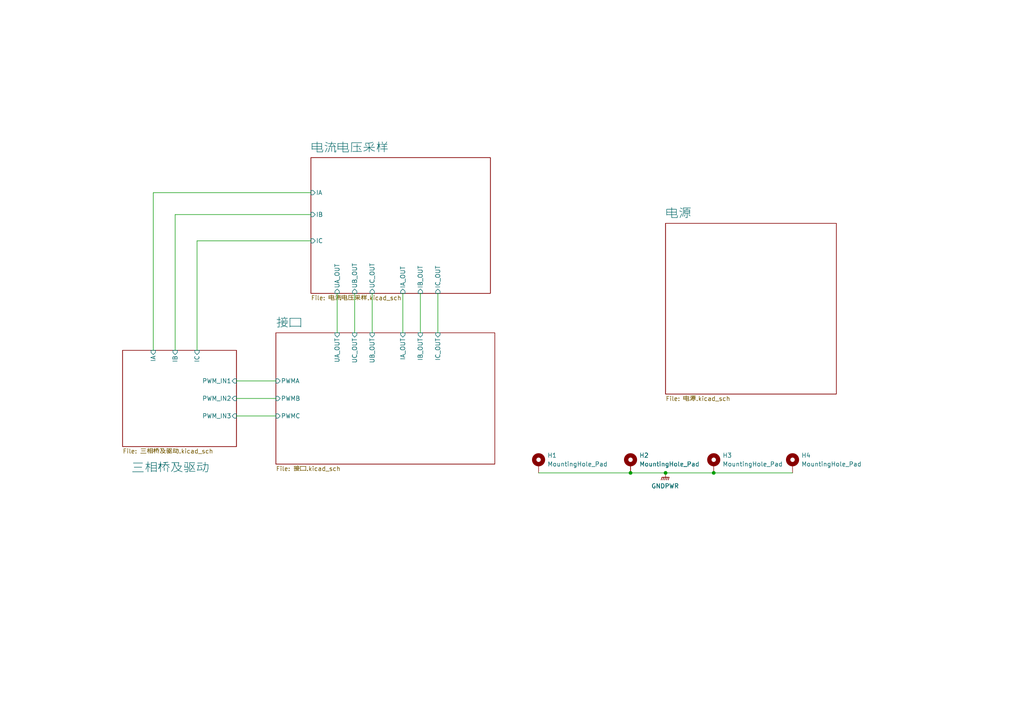
<source format=kicad_sch>
(kicad_sch (version 20230121) (generator eeschema)
  (paper "A4")
  (lib_symbols
    (symbol "Mechanical:MountingHole_Pad" (pin_numbers hide) (pin_names (offset 1.016) hide)
      (property "Reference" "H" (at 0 6.35 0))
      (property "Value" "MountingHole_Pad" (at 0 4.445 0))
      (symbol "MountingHole_Pad_0_1"
        (circle (center 0 1.27) (radius 1.27) (stroke (width 1.27)))
      )
      (symbol "MountingHole_Pad_1_1"
        (pin input line (at 0 -2.54 90) (length 2.54) (name "1") (number "1"))
      )
    )
    (symbol "power:GNDPWR" (power) (pin_names (offset 0))
      (property "Value" "GNDPWR" (at 0 -3.302 0))
      (symbol "GNDPWR_0_1"
        (polyline (pts (xy 0 -1.27) (xy 0 0)))
        (polyline (pts (xy -1.016 -1.27) (xy -1.27 -2.032) (xy -1.27 -2.032)) (stroke (width 0.2032)))
        (polyline (pts (xy -0.508 -1.27) (xy -0.762 -2.032) (xy -0.762 -2.032)) (stroke (width 0.2032)))
        (polyline (pts (xy 0 -1.27) (xy -0.254 -2.032) (xy -0.254 -2.032)) (stroke (width 0.2032)))
        (polyline (pts (xy 0.508 -1.27) (xy 0.254 -2.032) (xy 0.254 -2.032)) (stroke (width 0.2032)))
        (polyline (pts (xy 1.016 -1.27) (xy -1.016 -1.27) (xy -1.016 -1.27)) (stroke (width 0.2032)))
        (polyline (pts (xy 1.016 -1.27) (xy 0.762 -2.032) (xy 0.762 -2.032) (xy 0.762 -2.032)) (stroke (width 0.2032)))
      )
      (symbol "GNDPWR_1_1"
        (pin power_in line (at 0 0 270) (length 0) hide (name "GNDPWR") (number "1"))
      )
    )
  )
  (junction (at 182.88 137.16))
  (junction (at 193.04 137.16))
  (junction (at 207.01 137.16))
  (wire (pts (xy 116.84 85.09) (xy 116.84 96.52)))
  (wire (pts (xy 102.87 85.09) (xy 102.87 96.52)))
  (wire (pts (xy 44.45 101.6) (xy 44.45 55.88)))
  (wire (pts (xy 44.45 55.88) (xy 90.17 55.88)))
  (wire (pts (xy 193.04 137.16) (xy 207.01 137.16)))
  (wire (pts (xy 68.58 110.49) (xy 80.01 110.49)))
  (wire (pts (xy 50.8 101.6) (xy 50.8 62.23)))
  (wire (pts (xy 207.01 137.16) (xy 229.87 137.16)))
  (wire (pts (xy 156.21 137.16) (xy 182.88 137.16)))
  (wire (pts (xy 182.88 137.16) (xy 193.04 137.16)))
  (wire (pts (xy 121.92 85.09) (xy 121.92 96.52)))
  (wire (pts (xy 57.15 69.85) (xy 90.17 69.85)))
  (wire (pts (xy 50.8 62.23) (xy 90.17 62.23)))
  (wire (pts (xy 127 85.09) (xy 127 96.52)))
  (wire (pts (xy 68.58 115.57) (xy 80.01 115.57)))
  (wire (pts (xy 57.15 101.6) (xy 57.15 69.85)))
  (wire (pts (xy 107.95 85.09) (xy 107.95 96.52)))
  (wire (pts (xy 68.58 120.65) (xy 80.01 120.65)))
  (wire (pts (xy 97.79 85.09) (xy 97.79 96.52)))
  (symbol (lib_id "power:GNDPWR") (at 193.04 137.16 0) (unit 1)
    (property "Reference" "#PWR01" (effects hide))
    (property "Value" "GNDPWR" (at 192.913 140.97 0))
  )
  (symbol (lib_id "Mechanical:MountingHole_Pad") (at 156.21 134.62 0) (unit 1)
    (property "Reference" "H1" (at 158.75 132.08 0) (effects (justify left)))
    (property "Value" "MountingHole_Pad" (at 158.75 134.62 0) (effects (justify left)))
    (property "Footprint" "MountingHole:MountingHole_3.2mm_M3_Pad_Via" (effects hide))
  )
  (symbol (lib_id "Mechanical:MountingHole_Pad") (at 229.87 134.62 0) (unit 1)
    (property "Reference" "H4" (at 232.41 132.08 0) (effects (justify left)))
    (property "Value" "MountingHole_Pad" (at 232.41 134.62 0) (effects (justify left)))
    (property "Footprint" "MountingHole:MountingHole_3.2mm_M3_Pad_Via" (effects hide))
  )
  (symbol (lib_id "Mechanical:MountingHole_Pad") (at 207.01 134.62 0) (unit 1)
    (property "Reference" "H3" (at 209.55 132.08 0) (effects (justify left)))
    (property "Value" "MountingHole_Pad" (at 209.55 134.62 0) (effects (justify left)))
    (property "Footprint" "MountingHole:MountingHole_3.2mm_M3_Pad_Via" (effects hide))
  )
  (symbol (lib_id "Mechanical:MountingHole_Pad") (at 182.88 134.62 0) (unit 1)
    (property "Reference" "H2" (at 185.42 132.08 0) (effects (justify left)))
    (property "Value" "MountingHole_Pad" (at 185.42 134.62 0) (effects (justify left)))
    (property "Footprint" "MountingHole:MountingHole_3.2mm_M3_Pad_Via" (effects hide))
  )
  (sheet (at 80.01 96.52) (size 63.5 38.1) (stroke (width 0.1524))
    (property "Sheetname" "接口" (at 80.01 95.1734 0) (effects (font (size 2.54 2.54)) (justify left bottom)))
    (property "Sheetfile" "接口.kicad_sch" (at 80.01 135.2046 0) (effects (justify left top)))
    (pin "PWMA" input (at 80.01 110.49 180))
    (pin "PWMB" input (at 80.01 115.57 180))
    (pin "PWMC" input (at 80.01 120.65 180))
    (pin "IC_OUT" input (at 127 96.52 90))
    (pin "UB_OUT" input (at 107.95 96.52 90))
    (pin "UC_OUT" input (at 102.87 96.52 90))
    (pin "IA_OUT" input (at 116.84 96.52 90))
    (pin "IB_OUT" input (at 121.92 96.52 90))
    (pin "UA_OUT" input (at 97.79 96.52 90))
  )
  (sheet (at 90.17 45.72) (size 52.07 39.37) (stroke (width 0.1524))
    (property "Sheetname" "电流电压采样" (at 90.17 44.3734 0) (effects (font (size 2.54 2.54)) (justify left bottom)))
    (property "Sheetfile" "电流电压采样.kicad_sch" (at 90.17 85.6746 0) (effects (justify left top)))
    (pin "UA_OUT" input (at 97.79 85.09 270))
    (pin "IC_OUT" input (at 127 85.09 270))
    (pin "IB_OUT" input (at 121.92 85.09 270))
    (pin "IA_OUT" input (at 116.84 85.09 270))
    (pin "UC_OUT" input (at 107.95 85.09 270))
    (pin "UB_OUT" input (at 102.87 85.09 270))
    (pin "IC" input (at 90.17 69.85 180))
    (pin "IA" input (at 90.17 55.88 180))
    (pin "IB" input (at 90.17 62.23 180))
  )
  (sheet (at 35.56 101.6) (size 33.02 27.94) (stroke (width 0.1524))
    (property "Sheetname" "三相桥及驱动" (at 38.1 137.16 0) (effects (font (size 2.54 2.54)) (justify left bottom)))
    (property "Sheetfile" "三相桥及驱动.kicad_sch" (at 35.56 130.1246 0) (effects (justify left top)))
    (pin "PWM_IN3" input (at 68.58 120.65 0))
    (pin "PWM_IN2" input (at 68.58 115.57 0))
    (pin "PWM_IN1" input (at 68.58 110.49 0))
    (pin "IA" input (at 44.45 101.6 90))
    (pin "IC" input (at 57.15 101.6 90))
    (pin "IB" input (at 50.8 101.6 90))
  )
  (sheet (at 193.04 64.77) (size 49.53 49.53) (stroke (width 0.1524))
    (property "Sheetname" "电源" (at 193.04 63.4234 0) (effects (font (size 2.54 2.54)) (justify left bottom)))
    (property "Sheetfile" "电源.kicad_sch" (at 193.04 114.8846 0) (effects (justify left top)))
  )
)
</source>
